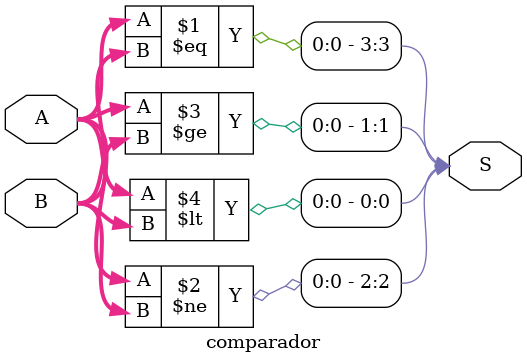
<source format=v>
module comparador (
	input [15:0] A,
	input [15:0] B,
	output [3:0] S
);
assign S[3] = (A == B);
assign S[2] = (A != B);
assign S[1] = (A >= B);
assign S[0] = (A < B);
endmodule
</source>
